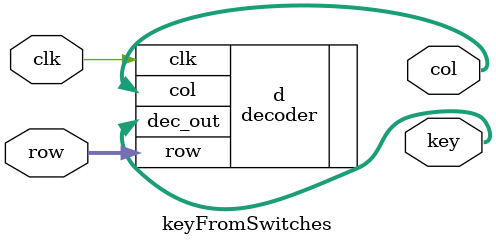
<source format=v>
`timescale 1ns / 1ps


// NUMPAD LOGIC GO HERE

module keyFromSwitches(
    input clk,
    input [3:0] row,
    output [3:0] col,
    output wire [3:0] key
    );
        
    decoder d(.clk(clk), .row(row), .col(col), .dec_out(key));
    
    /*always @(posedge clk) begin
        key <= sw;
    end*/
endmodule

</source>
